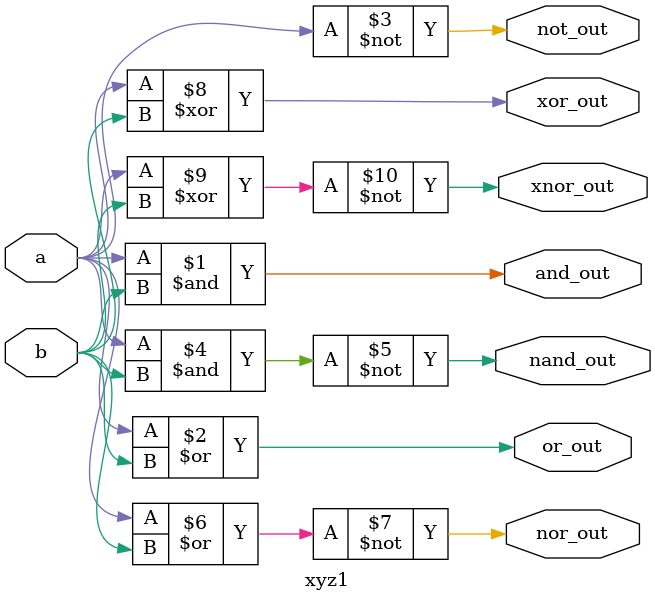
<source format=v>
module xyz1(
    input  wire a,     // Input A
    input  wire b,     // Input B
    output wire and_out,
    output wire or_out,
    output wire not_out,   // only on A
    output wire nand_out,
    output wire nor_out,
    output wire xor_out,
    output wire xnor_out
);

    assign and_out  = a & b;      // AND gate
    assign or_out   = a | b;      // OR gate
    assign not_out  = ~a;         // NOT gate (on input A)
    assign nand_out = ~(a & b);   // NAND gate
    assign nor_out  = ~(a | b);   // NOR gate
    assign xor_out  = a ^ b;      // XOR gate
    assign xnor_out = ~(a ^ b);   // XNOR gate

endmodule
</source>
